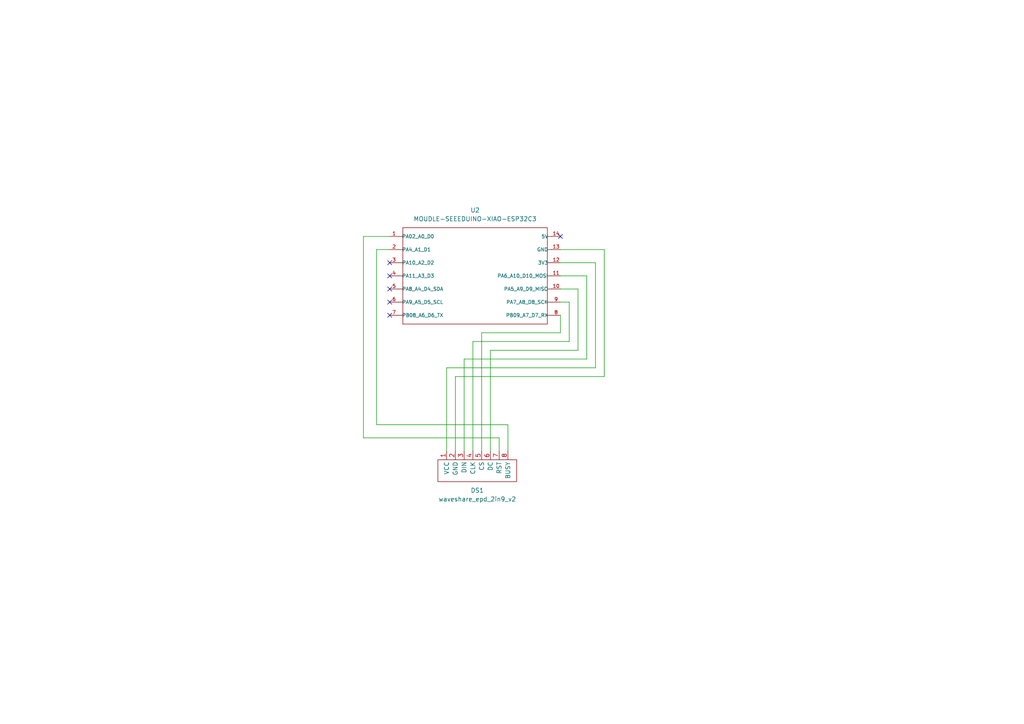
<source format=kicad_sch>
(kicad_sch (version 20230121) (generator eeschema)
  (paper "A4")
  (title_block (title "epd2in9_v2.rs") (date "2024-03-22") (rev "00") (comment 1 "waveshare epaper display (2.9in)"))
  (lib_symbols
    (symbol "MOUDLE-SEEEDUINO-XIAO-ESP32C3:MOUDLE-SEEEDUINO-XIAO-ESP32C3" (pin_names (offset 1.016))
      (property "Reference" "U" (at -21.59 15.24 0))
      (property "Value" "MOUDLE-SEEEDUINO-XIAO-ESP32C3" (at -21.59 13.97 0))
      (symbol "MOUDLE-SEEEDUINO-XIAO-ESP32C3_0_0"
        (polyline (pts (xy -21.59 -13.97) (xy -21.59 0)) (stroke (width 0.1524)))
        (polyline (pts (xy -21.59 -11.43) (xy -22.86 -11.43)) (stroke (width 0.1524)))
        (polyline (pts (xy -21.59 -7.62) (xy -22.86 -7.62)) (stroke (width 0.1524)))
        (polyline (pts (xy -21.59 -3.81) (xy -22.86 -3.81)) (stroke (width 0.1524)))
        (polyline (pts (xy -21.59 0) (xy -22.86 0)) (stroke (width 0.1524)))
        (polyline (pts (xy -21.59 0) (xy -21.59 3.81)) (stroke (width 0.1524)))
        (polyline (pts (xy -21.59 3.81) (xy -22.86 3.81)) (stroke (width 0.1524)))
        (polyline (pts (xy -21.59 3.81) (xy -21.59 7.62)) (stroke (width 0.1524)))
        (polyline (pts (xy -21.59 7.62) (xy -22.86 7.62)) (stroke (width 0.1524)))
        (polyline (pts (xy -21.59 7.62) (xy -21.59 11.43)) (stroke (width 0.1524)))
        (polyline (pts (xy -21.59 11.43) (xy -22.86 11.43)) (stroke (width 0.1524)))
        (polyline (pts (xy -21.59 11.43) (xy -21.59 13.97)) (stroke (width 0.1524)))
        (polyline (pts (xy -21.59 13.97) (xy 20.32 13.97)) (stroke (width 0.1524)))
        (polyline (pts (xy 20.32 -13.97) (xy -21.59 -13.97)) (stroke (width 0.1524)))
        (polyline (pts (xy 20.32 3.81) (xy 20.32 -13.97)) (stroke (width 0.1524)))
        (polyline (pts (xy 20.32 7.62) (xy 20.32 3.81)) (stroke (width 0.1524)))
        (polyline (pts (xy 20.32 11.43) (xy 20.32 7.62)) (stroke (width 0.1524)))
        (polyline (pts (xy 20.32 13.97) (xy 20.32 11.43)) (stroke (width 0.1524)))
        (polyline (pts (xy 21.59 -11.43) (xy 20.32 -11.43)) (stroke (width 0.1524)))
        (polyline (pts (xy 21.59 -7.62) (xy 20.32 -7.62)) (stroke (width 0.1524)))
        (polyline (pts (xy 21.59 -3.81) (xy 20.32 -3.81)) (stroke (width 0.1524)))
        (polyline (pts (xy 21.59 0) (xy 20.32 0)) (stroke (width 0.1524)))
        (polyline (pts (xy 21.59 3.81) (xy 20.32 3.81)) (stroke (width 0.1524)))
        (polyline (pts (xy 21.59 7.62) (xy 20.32 7.62)) (stroke (width 0.1524)))
        (polyline (pts (xy 21.59 11.43) (xy 20.32 11.43)) (stroke (width 0.1524)))
        (pin bidirectional line (at -25.4 11.43 0) (length 2.54) (name "PA02_A0_D0") (number "1"))
        (pin bidirectional line (at 24.13 -3.81 180) (length 2.54) (name "PA5_A9_D9_MISO") (number "10"))
        (pin bidirectional line (at 24.13 0 180) (length 2.54) (name "PA6_A10_D10_MOSI") (number "11"))
        (pin bidirectional line (at 24.13 3.81 180) (length 2.54) (name "3V3") (number "12"))
        (pin bidirectional line (at 24.13 7.62 180) (length 2.54) (name "GND") (number "13"))
        (pin bidirectional line (at 24.13 11.43 180) (length 2.54) (name "5V") (number "14"))
        (pin bidirectional line (at -25.4 7.62 0) (length 2.54) (name "PA4_A1_D1") (number "2"))
        (pin bidirectional line (at -25.4 3.81 0) (length 2.54) (name "PA10_A2_D2") (number "3"))
        (pin bidirectional line (at -25.4 0 0) (length 2.54) (name "PA11_A3_D3") (number "4"))
        (pin bidirectional line (at -25.4 -3.81 0) (length 2.54) (name "PA8_A4_D4_SDA") (number "5"))
        (pin bidirectional line (at -25.4 -7.62 0) (length 2.54) (name "PA9_A5_D5_SCL") (number "6"))
        (pin bidirectional line (at -25.4 -11.43 0) (length 2.54) (name "PB08_A6_D6_TX") (number "7"))
        (pin bidirectional line (at 24.13 -11.43 180) (length 2.54) (name "PB09_A7_D7_RX") (number "8"))
        (pin bidirectional line (at 24.13 -7.62 180) (length 2.54) (name "PA7_A8_D8_SCK") (number "9"))
      )
    )
    (symbol "custom_symbols:waveshare_epd_2in9_v2"
      (property "Reference" "DS" (at -12.7 7.62 0))
      (property "Value" "waveshare_epd_2in9_v2" (at 0 -1.27 0))
      (symbol "waveshare_epd_2in9_v2_0_1"
        (rectangle (start -11.43 6.35) (end 11.43 0))
      )
      (symbol "waveshare_epd_2in9_v2_1_1"
        (pin power_in line (at -8.89 8.89 270) (length 2.54) (name "VCC") (number "1"))
        (pin power_in line (at -6.35 8.89 270) (length 2.54) (name "GND") (number "2"))
        (pin input line (at -3.81 8.89 270) (length 2.54) (name "DIN") (number "3"))
        (pin input line (at -1.27 8.89 270) (length 2.54) (name "CLK") (number "4"))
        (pin input line (at 1.27 8.89 270) (length 2.54) (name "CS") (number "5"))
        (pin input line (at 3.81 8.89 270) (length 2.54) (name "DC") (number "6"))
        (pin input line (at 6.35 8.89 270) (length 2.54) (name "RST") (number "7"))
        (pin input line (at 8.89 8.89 270) (length 2.54) (name "BUSY") (number "8"))
      )
    )
  )
  (no_connect (at 113.03 76.2))
  (no_connect (at 113.03 80.01))
  (no_connect (at 162.56 68.58))
  (no_connect (at 113.03 91.44))
  (no_connect (at 113.03 87.63))
  (no_connect (at 113.03 83.82))
  (wire (pts (xy 162.56 87.63) (xy 165.1 87.63)))
  (wire (pts (xy 170.18 80.01) (xy 170.18 104.14)))
  (wire (pts (xy 162.56 96.52) (xy 139.7 96.52)))
  (wire (pts (xy 167.64 83.82) (xy 167.64 101.6)))
  (wire (pts (xy 132.08 109.22) (xy 132.08 130.81)))
  (wire (pts (xy 162.56 83.82) (xy 167.64 83.82)))
  (wire (pts (xy 162.56 72.39) (xy 175.26 72.39)))
  (wire (pts (xy 109.22 72.39) (xy 109.22 123.19)))
  (wire (pts (xy 109.22 123.19) (xy 147.32 123.19)))
  (wire (pts (xy 105.41 68.58) (xy 105.41 127)))
  (wire (pts (xy 105.41 127) (xy 144.78 127)))
  (wire (pts (xy 134.62 104.14) (xy 134.62 130.81)))
  (wire (pts (xy 137.16 99.06) (xy 137.16 130.81)))
  (wire (pts (xy 139.7 96.52) (xy 139.7 130.81)))
  (wire (pts (xy 167.64 101.6) (xy 142.24 101.6)))
  (wire (pts (xy 175.26 109.22) (xy 132.08 109.22)))
  (wire (pts (xy 147.32 123.19) (xy 147.32 130.81)))
  (wire (pts (xy 165.1 99.06) (xy 137.16 99.06)))
  (wire (pts (xy 162.56 91.44) (xy 162.56 96.52)))
  (wire (pts (xy 170.18 104.14) (xy 134.62 104.14)))
  (wire (pts (xy 162.56 80.01) (xy 170.18 80.01)))
  (wire (pts (xy 113.03 68.58) (xy 105.41 68.58)))
  (wire (pts (xy 175.26 72.39) (xy 175.26 109.22)))
  (wire (pts (xy 172.72 76.2) (xy 172.72 106.68)))
  (wire (pts (xy 113.03 72.39) (xy 109.22 72.39)))
  (wire (pts (xy 144.78 127) (xy 144.78 130.81)))
  (wire (pts (xy 165.1 87.63) (xy 165.1 99.06)))
  (wire (pts (xy 172.72 106.68) (xy 129.54 106.68)))
  (wire (pts (xy 162.56 76.2) (xy 172.72 76.2)))
  (wire (pts (xy 129.54 106.68) (xy 129.54 130.81)))
  (wire (pts (xy 142.24 101.6) (xy 142.24 130.81)))
  (symbol (lib_id "MOUDLE-SEEEDUINO-XIAO-ESP32C3:MOUDLE-SEEEDUINO-XIAO-ESP32C3") (at 138.43 80.01 0) (unit 1)
    (property "Reference" "U2" (at 137.795 60.96 0))
    (property "Value" "MOUDLE-SEEEDUINO-XIAO-ESP32C3" (at 137.795 63.5 0))
    (property "Footprint" "MOUDLE14P-SMD-2.54-21X17.8MM" (effects hide))
  )
  (symbol (lib_id "custom_symbols:waveshare_epd_2in9_v2") (at 138.43 139.7 0) (unit 1)
    (property "Reference" "DS1" (at 138.43 142.24 0))
    (property "Value" "waveshare_epd_2in9_v2" (at 138.43 144.78 0))
    (property "Datasheet" "https://files.waveshare.com/upload/7/79/2.9inch-e-paper-v2-specification.pdf" (effects hide))
  )
)
</source>
